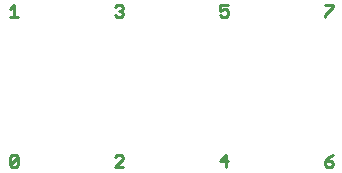
<source format=gto>
G75*
G70*
%OFA0B0*%
%FSLAX24Y24*%
%IPPOS*%
%LPD*%
%AMOC8*
5,1,8,0,0,1.08239X$1,22.5*
%
%ADD10C,0.0100*%
D10*
X002308Y004074D02*
X002241Y004141D01*
X002508Y004408D01*
X002508Y004141D01*
X002441Y004074D01*
X002308Y004074D01*
X002241Y004141D02*
X002241Y004408D01*
X002308Y004474D01*
X002441Y004474D01*
X002508Y004408D01*
X005741Y004408D02*
X005808Y004474D01*
X005941Y004474D01*
X006008Y004408D01*
X006008Y004341D01*
X005741Y004074D01*
X006008Y004074D01*
X009241Y004274D02*
X009508Y004274D01*
X009441Y004074D02*
X009441Y004474D01*
X009241Y004274D01*
X012741Y004274D02*
X012741Y004141D01*
X012808Y004074D01*
X012941Y004074D01*
X013008Y004141D01*
X013008Y004208D01*
X012941Y004274D01*
X012741Y004274D01*
X012874Y004408D01*
X013008Y004474D01*
X012741Y009074D02*
X012741Y009141D01*
X013008Y009408D01*
X013008Y009474D01*
X012741Y009474D01*
X009508Y009474D02*
X009241Y009474D01*
X009241Y009274D01*
X009374Y009341D01*
X009441Y009341D01*
X009508Y009274D01*
X009508Y009141D01*
X009441Y009074D01*
X009308Y009074D01*
X009241Y009141D01*
X006008Y009141D02*
X005941Y009074D01*
X005808Y009074D01*
X005741Y009141D01*
X005874Y009274D02*
X005941Y009274D01*
X006008Y009208D01*
X006008Y009141D01*
X005941Y009274D02*
X006008Y009341D01*
X006008Y009408D01*
X005941Y009474D01*
X005808Y009474D01*
X005741Y009408D01*
X002508Y009074D02*
X002241Y009074D01*
X002374Y009074D02*
X002374Y009474D01*
X002241Y009341D01*
M02*

</source>
